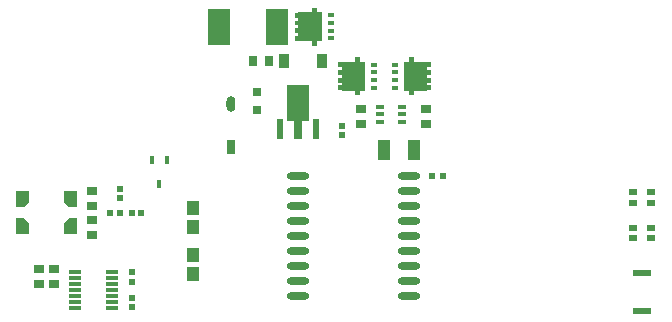
<source format=gtp>
G04*
G04 #@! TF.GenerationSoftware,Altium Limited,Altium Designer,24.2.2 (26)*
G04*
G04 Layer_Color=8421504*
%FSLAX44Y44*%
%MOMM*%
G71*
G04*
G04 #@! TF.SameCoordinates,C4595460-78FA-4AA4-93EF-E7DD031D073C*
G04*
G04*
G04 #@! TF.FilePolarity,Positive*
G04*
G01*
G75*
%ADD16R,0.8000X0.8000*%
%ADD17R,1.0121X1.2084*%
%ADD18R,0.5200X0.5200*%
%ADD19R,0.8621X0.7565*%
%ADD20R,0.4200X0.7000*%
%ADD21R,0.5200X0.5200*%
%ADD22C,0.9698*%
%ADD23C,0.9900*%
%ADD24R,0.5000X0.3500*%
%ADD25R,1.9600X3.1500*%
%ADD26C,1.7685*%
%ADD27R,0.9100X1.2200*%
%ADD28R,0.7500X0.8500*%
%ADD29R,0.8500X0.7000*%
%ADD30R,0.8000X0.4000*%
%ADD31R,0.8000X0.5000*%
G04:AMPARAMS|DCode=32|XSize=1.9mm|YSize=0.6mm|CornerRadius=0.3mm|HoleSize=0mm|Usage=FLASHONLY|Rotation=0.000|XOffset=0mm|YOffset=0mm|HoleType=Round|Shape=RoundedRectangle|*
%AMROUNDEDRECTD32*
21,1,1.9000,0.0000,0,0,0.0*
21,1,1.3000,0.6000,0,0,0.0*
1,1,0.6000,0.6500,0.0000*
1,1,0.6000,-0.6500,0.0000*
1,1,0.6000,-0.6500,0.0000*
1,1,0.6000,0.6500,0.0000*
%
%ADD32ROUNDEDRECTD32*%
%ADD33R,0.5500X0.5500*%
G04:AMPARAMS|DCode=34|XSize=1.3082mm|YSize=0.7621mm|CornerRadius=0.3811mm|HoleSize=0mm|Usage=FLASHONLY|Rotation=90.000|XOffset=0mm|YOffset=0mm|HoleType=Round|Shape=RoundedRectangle|*
%AMROUNDEDRECTD34*
21,1,1.3082,0.0000,0,0,90.0*
21,1,0.5461,0.7621,0,0,90.0*
1,1,0.7621,0.0000,0.2730*
1,1,0.7621,0.0000,-0.2730*
1,1,0.7621,0.0000,-0.2730*
1,1,0.7621,0.0000,0.2730*
%
%ADD34ROUNDEDRECTD34*%
%ADD35R,0.7621X1.3082*%
%ADD36R,0.9779X0.3048*%
%ADD37R,0.8500X0.7500*%
%ADD38R,1.5000X0.5500*%
%ADD39C,1.7397*%
%ADD40R,0.5800X1.7300*%
%ADD41R,1.1000X1.7000*%
G36*
X51000Y147500D02*
Y139000D01*
X40000D01*
Y152500D01*
X47000D01*
X51000Y147500D01*
D02*
G37*
G36*
Y166500D02*
X47000Y161500D01*
X40000D01*
Y175000D01*
X51000D01*
Y166500D01*
D02*
G37*
G36*
X92000Y139000D02*
X81000D01*
Y147500D01*
X85000Y152500D01*
X92000D01*
Y139000D01*
D02*
G37*
G36*
Y161500D02*
X85000D01*
X81000Y166500D01*
Y175000D01*
X92000D01*
Y161500D01*
D02*
G37*
G36*
X288415Y234600D02*
X282550D01*
Y219600D01*
X274950D01*
Y234600D01*
X269085D01*
Y264900D01*
X288415D01*
Y234600D01*
D02*
G37*
G36*
X294650Y326750D02*
X298800D01*
Y302250D01*
X294650D01*
Y298450D01*
X290350D01*
Y302250D01*
X279000D01*
Y302750D01*
X276000D01*
Y306750D01*
X279000D01*
Y309250D01*
X276000D01*
Y313250D01*
X279000D01*
Y315750D01*
X276000D01*
Y319750D01*
X279000D01*
Y322250D01*
X276000D01*
Y326250D01*
X279000D01*
Y326750D01*
X290350D01*
Y330550D01*
X294650D01*
Y326750D01*
D02*
G37*
G36*
X331650Y284750D02*
X335800D01*
Y260250D01*
X331650D01*
Y256450D01*
X327350D01*
Y260250D01*
X316000D01*
Y260750D01*
X313000D01*
Y264750D01*
X316000D01*
Y267250D01*
X313000D01*
Y271250D01*
X316000D01*
Y273750D01*
X313000D01*
Y277750D01*
X316000D01*
Y280250D01*
X313000D01*
Y284250D01*
X316000D01*
Y284750D01*
X327350D01*
Y288550D01*
X331650D01*
Y284750D01*
D02*
G37*
G36*
X376650D02*
X388000D01*
Y284250D01*
X391000D01*
Y280250D01*
X388000D01*
Y277750D01*
X391000D01*
Y273750D01*
X388000D01*
Y271250D01*
X391000D01*
Y267250D01*
X388000D01*
Y264750D01*
X391000D01*
Y260750D01*
X388000D01*
Y260250D01*
X376650D01*
Y256450D01*
X372350D01*
Y260250D01*
X368200D01*
Y284750D01*
X372350D01*
Y288550D01*
X376650D01*
Y284750D01*
D02*
G37*
D16*
X243750Y259250D02*
D03*
Y244250D02*
D03*
D17*
X189939Y145208D02*
D03*
Y161245D02*
D03*
Y121208D02*
D03*
Y105171D02*
D03*
D18*
X138250Y98500D02*
D03*
Y106500D02*
D03*
X128000Y177500D02*
D03*
Y169500D02*
D03*
X138250Y85000D02*
D03*
Y77000D02*
D03*
X316000Y230750D02*
D03*
Y222750D02*
D03*
D19*
X104500Y175759D02*
D03*
Y162742D02*
D03*
Y151267D02*
D03*
Y138250D02*
D03*
D20*
X161250Y181250D02*
D03*
X154750Y201250D02*
D03*
X167750D02*
D03*
D21*
X128000Y157000D02*
D03*
X120000D02*
D03*
X138000Y157000D02*
D03*
X146000D02*
D03*
D22*
X86500Y145750D02*
D03*
X45500D02*
D03*
D23*
Y169500D02*
D03*
X86500D02*
D03*
D24*
X306500Y324250D02*
D03*
Y317750D02*
D03*
Y311250D02*
D03*
Y304750D02*
D03*
X360500Y282250D02*
D03*
Y275750D02*
D03*
Y269250D02*
D03*
Y262750D02*
D03*
X343500D02*
D03*
Y269250D02*
D03*
Y275750D02*
D03*
Y282250D02*
D03*
D25*
X261350Y314500D02*
D03*
X212250D02*
D03*
D26*
X378175Y272875D02*
D03*
X325825Y272125D02*
D03*
D27*
X266650Y285250D02*
D03*
X299350D02*
D03*
D28*
X254000D02*
D03*
X241000D02*
D03*
D29*
X332500Y244750D02*
D03*
Y232250D02*
D03*
X386750Y244750D02*
D03*
Y232250D02*
D03*
X59750Y96750D02*
D03*
Y109250D02*
D03*
D30*
X348000Y233750D02*
D03*
Y240250D02*
D03*
Y246750D02*
D03*
X367000D02*
D03*
Y240250D02*
D03*
Y233750D02*
D03*
D31*
X562000Y174500D02*
D03*
X578000D02*
D03*
X562000Y165500D02*
D03*
X578000D02*
D03*
X562000Y144500D02*
D03*
X578000D02*
D03*
X562000Y135500D02*
D03*
X578000D02*
D03*
D32*
X372749Y188141D02*
D03*
Y175441D02*
D03*
Y162741D02*
D03*
Y150041D02*
D03*
Y137341D02*
D03*
Y124641D02*
D03*
Y111941D02*
D03*
Y99241D02*
D03*
Y86541D02*
D03*
X278749D02*
D03*
Y99241D02*
D03*
Y111941D02*
D03*
Y124641D02*
D03*
Y137341D02*
D03*
Y150041D02*
D03*
Y162741D02*
D03*
Y175441D02*
D03*
Y188141D02*
D03*
D33*
X401250Y188000D02*
D03*
X392250D02*
D03*
D34*
X222000Y248750D02*
D03*
D35*
Y212250D02*
D03*
D36*
X121111Y76746D02*
D03*
Y81748D02*
D03*
Y86749D02*
D03*
Y91750D02*
D03*
Y96751D02*
D03*
Y101753D02*
D03*
Y106754D02*
D03*
X90250D02*
D03*
Y101753D02*
D03*
Y96751D02*
D03*
Y91750D02*
D03*
Y86749D02*
D03*
Y81748D02*
D03*
Y76746D02*
D03*
D37*
X72250Y96500D02*
D03*
Y109500D02*
D03*
D38*
X570000Y73750D02*
D03*
Y106250D02*
D03*
D39*
X278750Y246060D02*
D03*
D40*
X293750Y228250D02*
D03*
X263750D02*
D03*
D41*
X351250Y210250D02*
D03*
X377250D02*
D03*
M02*

</source>
